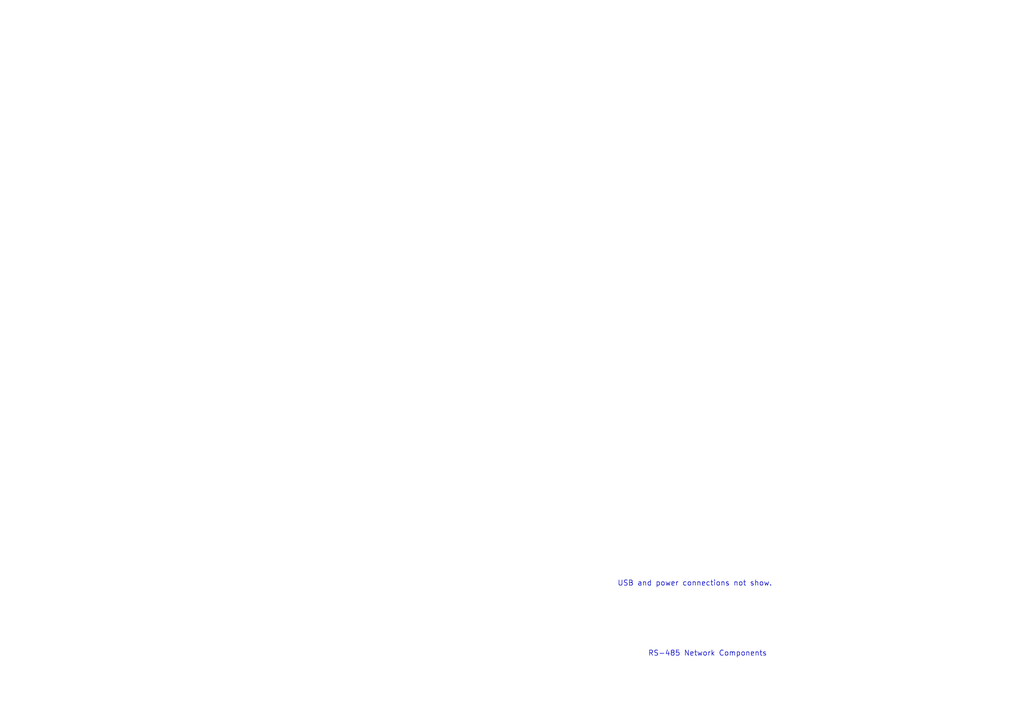
<source format=kicad_sch>
(kicad_sch (version 20230121) (generator eeschema)
  (paper "A4")
  (title_block (company "Modest Consulting") (comment 1 "by Brent Seidel"))
  (lib_symbols)
  (text "USB and power connections not show." (at 179.07 170.18 0) (effects (font (size 1.524 1.524)) (justify left bottom)))
  (text "RS-485 Network Components" (at 187.96 190.5 0) (effects (font (size 1.524 1.524)) (justify left bottom)))
  (sheet (at 311.15 20.32) (size 12.7 6.35)
    (property "Sheetname" "Controller" (at 311.15 19.4814 0) (effects (font (size 1.524 1.524)) (justify left bottom)))
    (property "Sheetfile" "Controller.kicad_sch" (at 311.15 27.3562 0) (effects (font (size 1.524 1.524)) (justify left top)))
  )
  (sheet (at 311.15 31.75) (size 12.7 3.81)
    (property "Sheetname" "BasicResponder" (at 311.15 30.9114 0) (effects (font (size 1.524 1.524)) (justify left bottom)))
    (property "Sheetfile" "Basic Responder.kicad_sch" (at 311.15 36.2462 0) (effects (font (size 1.524 1.524)) (justify left top)))
  )
  (sheet (at 311.15 43.18) (size 12.7 3.81)
    (property "Sheetname" "Web Gateway" (at 311.15 42.3414 0) (effects (font (size 1.524 1.524)) (justify left bottom)))
    (property "Sheetfile" "Web Gateway.kicad_sch" (at 311.15 47.6762 0) (effects (font (size 1.524 1.524)) (justify left top)))
  )
)
</source>
